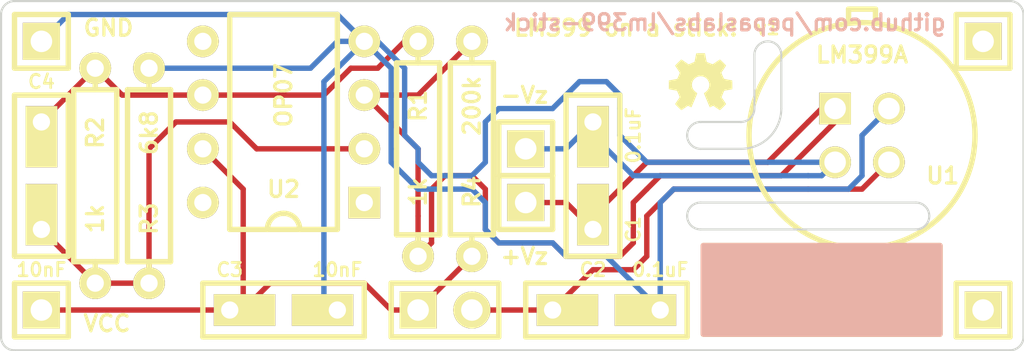
<source format=kicad_pcb>
(kicad_pcb (version 3) (host pcbnew "(22-Jun-2014 BZR 4027)-stable")

  (general
    (links 25)
    (no_connects 0)
    (area 145.999999 116.789999 237.540001 190.550001)
    (thickness 1.6)
    (drawings 31)
    (tracks 124)
    (zones 0)
    (modules 18)
    (nets 7)
  )

  (page A3)
  (layers
    (15 F.Cu signal)
    (2 Inner2.Cu signal)
    (1 Inner1.Cu signal)
    (0 B.Cu signal)
    (16 B.Adhes user)
    (17 F.Adhes user)
    (18 B.Paste user)
    (19 F.Paste user)
    (20 B.SilkS user)
    (21 F.SilkS user)
    (22 B.Mask user)
    (23 F.Mask user)
    (24 Dwgs.User user)
    (25 Cmts.User user)
    (26 Eco1.User user)
    (27 Eco2.User user)
    (28 Edge.Cuts user)
  )

  (setup
    (last_trace_width 0.254)
    (user_trace_width 0.254)
    (user_trace_width 0.508)
    (user_trace_width 0.762)
    (user_trace_width 1.016)
    (trace_clearance 0.254)
    (zone_clearance 0.508)
    (zone_45_only no)
    (trace_min 0.254)
    (segment_width 0.2)
    (edge_width 0.1)
    (via_size 0.889)
    (via_drill 0.635)
    (via_min_size 0.889)
    (via_min_drill 0.508)
    (uvia_size 0.508)
    (uvia_drill 0.127)
    (uvias_allowed no)
    (uvia_min_size 0.508)
    (uvia_min_drill 0.127)
    (pcb_text_width 0.3)
    (pcb_text_size 1.5 1.5)
    (mod_edge_width 0.254)
    (mod_text_size 1 1)
    (mod_text_width 0.15)
    (pad_size 0.8128 0.8128)
    (pad_drill 0.4064)
    (pad_to_mask_clearance 0)
    (aux_axis_origin 0 0)
    (visible_elements 7FFFFFFF)
    (pcbplotparams
      (layerselection 284196865)
      (usegerberextensions true)
      (excludeedgelayer true)
      (linewidth 0.150000)
      (plotframeref false)
      (viasonmask false)
      (mode 1)
      (useauxorigin false)
      (hpglpennumber 1)
      (hpglpenspeed 20)
      (hpglpendiameter 15)
      (hpglpenoverlay 2)
      (psnegative false)
      (psa4output false)
      (plotreference true)
      (plotvalue true)
      (plotothertext true)
      (plotinvisibletext false)
      (padsonsilk false)
      (subtractmaskfromsilk false)
      (outputformat 1)
      (mirror false)
      (drillshape 0)
      (scaleselection 1)
      (outputdirectory gerbers))
  )

  (net 0 "")
  (net 1 +Vz)
  (net 2 -Vz)
  (net 3 N-000002)
  (net 4 N-000004)
  (net 5 N-000007)
  (net 6 Vcc)

  (net_class Default "This is the default net class."
    (clearance 0.254)
    (trace_width 0.254)
    (via_dia 0.889)
    (via_drill 0.635)
    (uvia_dia 0.508)
    (uvia_drill 0.127)
    (add_net "")
    (add_net +Vz)
    (add_net -Vz)
    (add_net N-000002)
    (add_net N-000004)
    (add_net N-000007)
    (add_net Vcc)
  )

  (module TO-46-PLASTIC (layer F.Cu) (tedit 5ABB359B) (tstamp 5ABAEDD7)
    (at 203.835 141.605)
    (path /5920E49C)
    (fp_text reference U1 (at 3.81 1.905) (layer F.SilkS)
      (effects (font (size 0.762 0.762) (thickness 0.1524)))
    )
    (fp_text value LM399A (at 0 -3.81) (layer F.SilkS)
      (effects (font (size 0.762 0.762) (thickness 0.1524)))
    )
    (fp_line (start 0.635 -5.969) (end 0.635 -5.334) (layer F.SilkS) (width 0.254))
    (fp_line (start -0.635 -5.969) (end -0.635 -5.334) (layer F.SilkS) (width 0.254))
    (fp_line (start -0.635 -5.969) (end 0.635 -5.969) (layer F.SilkS) (width 0.254))
    (fp_circle (center 0 0) (end -5.334 0) (layer F.SilkS) (width 0.254))
    (pad 1 thru_hole rect (at -1.27 -1.27) (size 1.4986 1.4986) (drill 1.016)
      (layers *.Cu *.Mask F.SilkS)
      (net 1 +Vz)
    )
    (pad 3 thru_hole circle (at 1.27 1.27) (size 1.4986 1.4986) (drill 1.016)
      (layers *.Cu *.Mask F.SilkS)
      (net 3 N-000002)
    )
    (pad 4 thru_hole circle (at 1.27 -1.27) (size 1.4986 1.4986) (drill 1.016)
      (layers *.Cu *.Mask F.SilkS)
      (net 2 -Vz)
    )
    (pad 2 thru_hole circle (at -1.27 1.27) (size 1.4986 1.4986) (drill 1.016)
      (layers *.Cu *.Mask F.SilkS)
      (net 2 -Vz)
    )
  )

  (module SIL-1 (layer F.Cu) (tedit 5920FF53) (tstamp 5ABAEDE0)
    (at 165.1 149.86)
    (descr "Connecteurs 1 pin")
    (tags "CONN DEV")
    (path /5ABAE8B2)
    (fp_text reference P1 (at 0 2.54) (layer F.SilkS) hide
      (effects (font (size 0.762 0.762) (thickness 0.1524)))
    )
    (fp_text value CONN_1X1 (at 0 -2.54) (layer F.SilkS) hide
      (effects (font (size 0.762 0.762) (thickness 0.1524)))
    )
    (fp_line (start -1.27 1.27) (end 1.27 1.27) (layer F.SilkS) (width 0.254))
    (fp_line (start -1.27 -1.27) (end 1.27 -1.27) (layer F.SilkS) (width 0.254))
    (fp_line (start -1.27 1.27) (end -1.27 -1.27) (layer F.SilkS) (width 0.254))
    (fp_line (start 1.27 -1.27) (end 1.27 1.27) (layer F.SilkS) (width 0.254))
    (pad 1 thru_hole rect (at 0 0) (size 1.7526 1.7526) (drill 1.016)
      (layers *.Cu *.Mask F.SilkS)
      (net 6 Vcc)
    )
  )

  (module SIL-1 (layer F.Cu) (tedit 5920FF53) (tstamp 5ABAEDE9)
    (at 165.1 137.16)
    (descr "Connecteurs 1 pin")
    (tags "CONN DEV")
    (path /5ABAE8C1)
    (fp_text reference P2 (at 0 2.54) (layer F.SilkS) hide
      (effects (font (size 0.762 0.762) (thickness 0.1524)))
    )
    (fp_text value CONN_1X1 (at 0 -2.54) (layer F.SilkS) hide
      (effects (font (size 0.762 0.762) (thickness 0.1524)))
    )
    (fp_line (start -1.27 1.27) (end 1.27 1.27) (layer F.SilkS) (width 0.254))
    (fp_line (start -1.27 -1.27) (end 1.27 -1.27) (layer F.SilkS) (width 0.254))
    (fp_line (start -1.27 1.27) (end -1.27 -1.27) (layer F.SilkS) (width 0.254))
    (fp_line (start 1.27 -1.27) (end 1.27 1.27) (layer F.SilkS) (width 0.254))
    (pad 1 thru_hole rect (at 0 0) (size 1.7526 1.7526) (drill 1.016)
      (layers *.Cu *.Mask F.SilkS)
      (net 2 -Vz)
    )
  )

  (module SIL-1 (layer F.Cu) (tedit 5920FF53) (tstamp 5ABAEDF2)
    (at 187.96 144.78)
    (descr "Connecteurs 1 pin")
    (tags "CONN DEV")
    (path /5ABAE8D0)
    (fp_text reference P3 (at 0 2.54) (layer F.SilkS) hide
      (effects (font (size 0.762 0.762) (thickness 0.1524)))
    )
    (fp_text value CONN_1X1 (at 0 -2.54) (layer F.SilkS) hide
      (effects (font (size 0.762 0.762) (thickness 0.1524)))
    )
    (fp_line (start -1.27 1.27) (end 1.27 1.27) (layer F.SilkS) (width 0.254))
    (fp_line (start -1.27 -1.27) (end 1.27 -1.27) (layer F.SilkS) (width 0.254))
    (fp_line (start -1.27 1.27) (end -1.27 -1.27) (layer F.SilkS) (width 0.254))
    (fp_line (start 1.27 -1.27) (end 1.27 1.27) (layer F.SilkS) (width 0.254))
    (pad 1 thru_hole rect (at 0 0) (size 1.7526 1.7526) (drill 1.016)
      (layers *.Cu *.Mask F.SilkS)
      (net 1 +Vz)
    )
  )

  (module SIL-1 (layer F.Cu) (tedit 5920FF53) (tstamp 5ABAEDFB)
    (at 187.96 142.24)
    (descr "Connecteurs 1 pin")
    (tags "CONN DEV")
    (path /5ABAE8DF)
    (fp_text reference P4 (at 0 2.54) (layer F.SilkS) hide
      (effects (font (size 0.762 0.762) (thickness 0.1524)))
    )
    (fp_text value CONN_1X1 (at 0 -2.54) (layer F.SilkS) hide
      (effects (font (size 0.762 0.762) (thickness 0.1524)))
    )
    (fp_line (start -1.27 1.27) (end 1.27 1.27) (layer F.SilkS) (width 0.254))
    (fp_line (start -1.27 -1.27) (end 1.27 -1.27) (layer F.SilkS) (width 0.254))
    (fp_line (start -1.27 1.27) (end -1.27 -1.27) (layer F.SilkS) (width 0.254))
    (fp_line (start 1.27 -1.27) (end 1.27 1.27) (layer F.SilkS) (width 0.254))
    (pad 1 thru_hole rect (at 0 0) (size 1.7526 1.7526) (drill 1.016)
      (layers *.Cu *.Mask F.SilkS)
      (net 2 -Vz)
    )
  )

  (module R_AXIAL_0W25_059A_PL (layer F.Cu) (tedit 53A245D9) (tstamp 5ABAEE08)
    (at 167.64 138.43 270)
    (descr "Resistor Axial 1/4W 0.4\"")
    (tags R)
    (path /5920E4D8)
    (autoplace_cost180 10)
    (fp_text reference R2 (at 3.048 0 270) (layer F.SilkS)
      (effects (font (size 0.762 0.762) (thickness 0.1524)))
    )
    (fp_text value 1k (at 7.112 0 270) (layer F.SilkS)
      (effects (font (size 0.762 0.762) (thickness 0.1524)))
    )
    (fp_line (start 0 0) (end 1.016 0) (layer F.SilkS) (width 0.254))
    (fp_line (start 1.016 0) (end 1.016 -1.016) (layer F.SilkS) (width 0.254))
    (fp_line (start 1.016 -1.016) (end 9.144 -1.016) (layer F.SilkS) (width 0.254))
    (fp_line (start 9.144 -1.016) (end 9.144 1.016) (layer F.SilkS) (width 0.254))
    (fp_line (start 9.144 1.016) (end 1.016 1.016) (layer F.SilkS) (width 0.254))
    (fp_line (start 1.016 1.016) (end 1.016 0) (layer F.SilkS) (width 0.254))
    (fp_line (start 10.16 0) (end 9.144 0) (layer F.SilkS) (width 0.254))
    (pad 1 thru_hole oval (at 0 0 270) (size 1.4986 1.4986) (drill 0.8128)
      (layers *.Cu *.Mask F.SilkS)
      (net 4 N-000004)
    )
    (pad 2 thru_hole oval (at 10.16 0 270) (size 1.4986 1.4986) (drill 0.8128)
      (layers *.Cu *.Mask F.SilkS)
      (net 5 N-000007)
    )
    (model discret/resistor.wrl
      (at (xyz 0 0 0))
      (scale (xyz 0.4 0.4 0.4))
      (rotate (xyz 0 0 0))
    )
  )

  (module R_AXIAL_0W25_059A_PL (layer F.Cu) (tedit 53A245D9) (tstamp 5ABAEE15)
    (at 170.18 148.59 90)
    (descr "Resistor Axial 1/4W 0.4\"")
    (tags R)
    (path /5920E54D)
    (autoplace_cost180 10)
    (fp_text reference R3 (at 3.048 0 90) (layer F.SilkS)
      (effects (font (size 0.762 0.762) (thickness 0.1524)))
    )
    (fp_text value 6k8 (at 7.112 0 90) (layer F.SilkS)
      (effects (font (size 0.762 0.762) (thickness 0.1524)))
    )
    (fp_line (start 0 0) (end 1.016 0) (layer F.SilkS) (width 0.254))
    (fp_line (start 1.016 0) (end 1.016 -1.016) (layer F.SilkS) (width 0.254))
    (fp_line (start 1.016 -1.016) (end 9.144 -1.016) (layer F.SilkS) (width 0.254))
    (fp_line (start 9.144 -1.016) (end 9.144 1.016) (layer F.SilkS) (width 0.254))
    (fp_line (start 9.144 1.016) (end 1.016 1.016) (layer F.SilkS) (width 0.254))
    (fp_line (start 1.016 1.016) (end 1.016 0) (layer F.SilkS) (width 0.254))
    (fp_line (start 10.16 0) (end 9.144 0) (layer F.SilkS) (width 0.254))
    (pad 1 thru_hole oval (at 0 0 90) (size 1.4986 1.4986) (drill 0.8128)
      (layers *.Cu *.Mask F.SilkS)
      (net 5 N-000007)
    )
    (pad 2 thru_hole oval (at 10.16 0 90) (size 1.4986 1.4986) (drill 0.8128)
      (layers *.Cu *.Mask F.SilkS)
      (net 2 -Vz)
    )
    (model discret/resistor.wrl
      (at (xyz 0 0 0))
      (scale (xyz 0.4 0.4 0.4))
      (rotate (xyz 0 0 0))
    )
  )

  (module R_AXIAL_0W25_059A_PL (layer F.Cu) (tedit 53A245D9) (tstamp 5ABAEE22)
    (at 182.88 137.16 270)
    (descr "Resistor Axial 1/4W 0.4\"")
    (tags R)
    (path /5920E5F0)
    (autoplace_cost180 10)
    (fp_text reference R1 (at 3.048 0 270) (layer F.SilkS)
      (effects (font (size 0.762 0.762) (thickness 0.1524)))
    )
    (fp_text value 1k (at 7.112 0 270) (layer F.SilkS)
      (effects (font (size 0.762 0.762) (thickness 0.1524)))
    )
    (fp_line (start 0 0) (end 1.016 0) (layer F.SilkS) (width 0.254))
    (fp_line (start 1.016 0) (end 1.016 -1.016) (layer F.SilkS) (width 0.254))
    (fp_line (start 1.016 -1.016) (end 9.144 -1.016) (layer F.SilkS) (width 0.254))
    (fp_line (start 9.144 -1.016) (end 9.144 1.016) (layer F.SilkS) (width 0.254))
    (fp_line (start 9.144 1.016) (end 1.016 1.016) (layer F.SilkS) (width 0.254))
    (fp_line (start 1.016 1.016) (end 1.016 0) (layer F.SilkS) (width 0.254))
    (fp_line (start 10.16 0) (end 9.144 0) (layer F.SilkS) (width 0.254))
    (pad 1 thru_hole oval (at 0 0 270) (size 1.4986 1.4986) (drill 0.8128)
      (layers *.Cu *.Mask F.SilkS)
      (net 4 N-000004)
    )
    (pad 2 thru_hole oval (at 10.16 0 270) (size 1.4986 1.4986) (drill 0.8128)
      (layers *.Cu *.Mask F.SilkS)
      (net 1 +Vz)
    )
    (model discret/resistor.wrl
      (at (xyz 0 0 0))
      (scale (xyz 0.4 0.4 0.4))
      (rotate (xyz 0 0 0))
    )
  )

  (module DIP8_059A_PL (layer F.Cu) (tedit 53A23991) (tstamp 5ABAEE41)
    (at 180.34 144.78 90)
    (descr "8-lead DIP package")
    (tags DIP)
    (path /5920E4AB)
    (fp_text reference U2 (at 0.635 -3.81 180) (layer F.SilkS)
      (effects (font (size 0.762 0.762) (thickness 0.1524)))
    )
    (fp_text value OP07 (at 5.08 -3.81 90) (layer F.SilkS)
      (effects (font (size 0.762 0.762) (thickness 0.1524)))
    )
    (fp_arc (start -1.27 -3.81) (end -1.27 -4.572) (angle 90) (layer F.SilkS) (width 0.254))
    (fp_arc (start -1.27 -3.81) (end -0.508 -3.81) (angle 90) (layer F.SilkS) (width 0.254))
    (fp_line (start -1.27 -6.35) (end 8.89 -6.35) (layer F.SilkS) (width 0.254))
    (fp_line (start 8.89 -6.35) (end 8.89 -1.27) (layer F.SilkS) (width 0.254))
    (fp_line (start 8.89 -1.27) (end -1.27 -1.27) (layer F.SilkS) (width 0.254))
    (fp_line (start -1.27 -1.27) (end -1.27 -6.35) (layer F.SilkS) (width 0.254))
    (pad 1 thru_hole rect (at 0 0 90) (size 1.4986 1.4986) (drill 0.8128)
      (layers *.Cu *.Mask F.SilkS)
    )
    (pad 2 thru_hole oval (at 2.54 0 90) (size 1.4986 1.4986) (drill 0.8128)
      (layers *.Cu *.Mask F.SilkS)
      (net 5 N-000007)
    )
    (pad 3 thru_hole oval (at 5.08 0 90) (size 1.4986 1.4986) (drill 0.8128)
      (layers *.Cu *.Mask F.SilkS)
      (net 1 +Vz)
    )
    (pad 4 thru_hole oval (at 7.62 0 90) (size 1.4986 1.4986) (drill 0.8128)
      (layers *.Cu *.Mask F.SilkS)
      (net 2 -Vz)
    )
    (pad 5 thru_hole oval (at 7.62 -7.62 90) (size 1.4986 1.4986) (drill 0.8128)
      (layers *.Cu *.Mask F.SilkS)
    )
    (pad 6 thru_hole oval (at 5.08 -7.62 90) (size 1.4986 1.4986) (drill 0.8128)
      (layers *.Cu *.Mask F.SilkS)
      (net 4 N-000004)
    )
    (pad 8 thru_hole oval (at 0 -7.62 90) (size 1.4986 1.4986) (drill 0.8128)
      (layers *.Cu *.Mask F.SilkS)
    )
    (pad 7 thru_hole oval (at 2.54 -7.62 90) (size 1.4986 1.4986) (drill 0.8128)
      (layers *.Cu *.Mask F.SilkS)
      (net 6 Vcc)
    )
    (model dil/dil_8.wrl
      (at (xyz 0 0 0))
      (scale (xyz 1 1 1))
      (rotate (xyz 0 0 0))
    )
  )

  (module ANYSSCAP_SMALL_2_059B_0805 (layer F.Cu) (tedit 5ABB35AF) (tstamp 5ABAEE4B)
    (at 191.135 143.51 90)
    (descr "Capacitor, 0.2\" pin spacing")
    (tags C)
    (path /5ABAE594)
    (fp_text reference C1 (at -2.54 1.905 90) (layer F.SilkS)
      (effects (font (size 0.635 0.635) (thickness 0.127)))
    )
    (fp_text value 0.1uF (at 1.905 1.905 90) (layer F.SilkS)
      (effects (font (size 0.635 0.635) (thickness 0.127)))
    )
    (fp_line (start 3.81 -1.27) (end 3.81 1.27) (layer F.SilkS) (width 0.254))
    (fp_line (start -3.81 -1.27) (end -3.81 1.27) (layer F.SilkS) (width 0.254))
    (fp_line (start -3.81 1.27) (end 3.81 1.27) (layer F.SilkS) (width 0.254))
    (fp_line (start -3.81 -1.27) (end 3.81 -1.27) (layer F.SilkS) (width 0.254))
    (pad 1 thru_hole rect (at -2.54 0 90) (size 2.8956 1.4986) (drill 0.8128 (offset 0.6985 0))
      (layers *.Cu *.Mask F.SilkS)
      (net 1 +Vz)
    )
    (pad 2 thru_hole rect (at 2.54 0 90) (size 2.8956 1.4986) (drill 0.8128 (offset -0.6985 0))
      (layers *.Cu *.Mask F.SilkS)
      (net 2 -Vz)
    )
    (model discret/capa_2pas_5x5mm.wrl
      (at (xyz 0 0 0))
      (scale (xyz 1 1 1))
      (rotate (xyz 0 0 0))
    )
  )

  (module ANYSSCAP_SMALL_2_059B_0805 (layer F.Cu) (tedit 5ABB35CC) (tstamp 5ABAEE55)
    (at 165.1 143.51 270)
    (descr "Capacitor, 0.2\" pin spacing")
    (tags C)
    (path /5ABAE5A1)
    (fp_text reference C4 (at -4.445 0 360) (layer F.SilkS)
      (effects (font (size 0.635 0.635) (thickness 0.127)))
    )
    (fp_text value 10nF (at 4.445 0 360) (layer F.SilkS)
      (effects (font (size 0.635 0.635) (thickness 0.127)))
    )
    (fp_line (start 3.81 -1.27) (end 3.81 1.27) (layer F.SilkS) (width 0.254))
    (fp_line (start -3.81 -1.27) (end -3.81 1.27) (layer F.SilkS) (width 0.254))
    (fp_line (start -3.81 1.27) (end 3.81 1.27) (layer F.SilkS) (width 0.254))
    (fp_line (start -3.81 -1.27) (end 3.81 -1.27) (layer F.SilkS) (width 0.254))
    (pad 1 thru_hole rect (at -2.54 0 270) (size 2.8956 1.4986) (drill 0.8128 (offset 0.6985 0))
      (layers *.Cu *.Mask F.SilkS)
      (net 4 N-000004)
    )
    (pad 2 thru_hole rect (at 2.54 0 270) (size 2.8956 1.4986) (drill 0.8128 (offset -0.6985 0))
      (layers *.Cu *.Mask F.SilkS)
      (net 5 N-000007)
    )
    (model discret/capa_2pas_5x5mm.wrl
      (at (xyz 0 0 0))
      (scale (xyz 1 1 1))
      (rotate (xyz 0 0 0))
    )
  )

  (module ANYSSCAP_SMALL_2_059B_0805 (layer F.Cu) (tedit 5ABAE926) (tstamp 5ABAEE5F)
    (at 176.53 149.86)
    (descr "Capacitor, 0.2\" pin spacing")
    (tags C)
    (path /5ABAE73A)
    (fp_text reference C3 (at -2.54 -1.905) (layer F.SilkS)
      (effects (font (size 0.635 0.635) (thickness 0.127)))
    )
    (fp_text value 10nF (at 2.54 -1.905) (layer F.SilkS)
      (effects (font (size 0.635 0.635) (thickness 0.127)))
    )
    (fp_line (start 3.81 -1.27) (end 3.81 1.27) (layer F.SilkS) (width 0.254))
    (fp_line (start -3.81 -1.27) (end -3.81 1.27) (layer F.SilkS) (width 0.254))
    (fp_line (start -3.81 1.27) (end 3.81 1.27) (layer F.SilkS) (width 0.254))
    (fp_line (start -3.81 -1.27) (end 3.81 -1.27) (layer F.SilkS) (width 0.254))
    (pad 1 thru_hole rect (at -2.54 0) (size 2.8956 1.4986) (drill 0.8128 (offset 0.6985 0))
      (layers *.Cu *.Mask F.SilkS)
      (net 6 Vcc)
    )
    (pad 2 thru_hole rect (at 2.54 0) (size 2.8956 1.4986) (drill 0.8128 (offset -0.6985 0))
      (layers *.Cu *.Mask F.SilkS)
      (net 2 -Vz)
    )
    (model discret/capa_2pas_5x5mm.wrl
      (at (xyz 0 0 0))
      (scale (xyz 1 1 1))
      (rotate (xyz 0 0 0))
    )
  )

  (module ANYSSCAP_SMALL_2_059B_0805 (layer F.Cu) (tedit 5ABB362D) (tstamp 5ABAEE69)
    (at 191.77 149.86)
    (descr "Capacitor, 0.2\" pin spacing")
    (tags C)
    (path /5ABAE740)
    (fp_text reference C2 (at -0.635 -1.905) (layer F.SilkS)
      (effects (font (size 0.635 0.635) (thickness 0.127)))
    )
    (fp_text value 0.1uF (at 2.54 -1.905) (layer F.SilkS)
      (effects (font (size 0.635 0.635) (thickness 0.127)))
    )
    (fp_line (start 3.81 -1.27) (end 3.81 1.27) (layer F.SilkS) (width 0.254))
    (fp_line (start -3.81 -1.27) (end -3.81 1.27) (layer F.SilkS) (width 0.254))
    (fp_line (start -3.81 1.27) (end 3.81 1.27) (layer F.SilkS) (width 0.254))
    (fp_line (start -3.81 -1.27) (end 3.81 -1.27) (layer F.SilkS) (width 0.254))
    (pad 1 thru_hole rect (at -2.54 0) (size 2.8956 1.4986) (drill 0.8128 (offset 0.6985 0))
      (layers *.Cu *.Mask F.SilkS)
      (net 3 N-000002)
    )
    (pad 2 thru_hole rect (at 2.54 0) (size 2.8956 1.4986) (drill 0.8128 (offset -0.6985 0))
      (layers *.Cu *.Mask F.SilkS)
      (net 2 -Vz)
    )
    (model discret/capa_2pas_5x5mm.wrl
      (at (xyz 0 0 0))
      (scale (xyz 1 1 1))
      (rotate (xyz 0 0 0))
    )
  )

  (module R_AXIAL_0W25_059A_PL (layer F.Cu) (tedit 53A245D9) (tstamp 5ABAFA14)
    (at 185.42 147.32 90)
    (descr "Resistor Axial 1/4W 0.4\"")
    (tags R)
    (path /5ABAF866)
    (autoplace_cost180 10)
    (fp_text reference R4 (at 3.048 0 90) (layer F.SilkS)
      (effects (font (size 0.762 0.762) (thickness 0.1524)))
    )
    (fp_text value 200k (at 7.112 0 90) (layer F.SilkS)
      (effects (font (size 0.762 0.762) (thickness 0.1524)))
    )
    (fp_line (start 0 0) (end 1.016 0) (layer F.SilkS) (width 0.254))
    (fp_line (start 1.016 0) (end 1.016 -1.016) (layer F.SilkS) (width 0.254))
    (fp_line (start 1.016 -1.016) (end 9.144 -1.016) (layer F.SilkS) (width 0.254))
    (fp_line (start 9.144 -1.016) (end 9.144 1.016) (layer F.SilkS) (width 0.254))
    (fp_line (start 9.144 1.016) (end 1.016 1.016) (layer F.SilkS) (width 0.254))
    (fp_line (start 1.016 1.016) (end 1.016 0) (layer F.SilkS) (width 0.254))
    (fp_line (start 10.16 0) (end 9.144 0) (layer F.SilkS) (width 0.254))
    (pad 1 thru_hole oval (at 0 0 90) (size 1.4986 1.4986) (drill 0.8128)
      (layers *.Cu *.Mask F.SilkS)
      (net 6 Vcc)
    )
    (pad 2 thru_hole oval (at 10.16 0 90) (size 1.4986 1.4986) (drill 0.8128)
      (layers *.Cu *.Mask F.SilkS)
      (net 1 +Vz)
    )
    (model discret/resistor.wrl
      (at (xyz 0 0 0))
      (scale (xyz 0.4 0.4 0.4))
      (rotate (xyz 0 0 0))
    )
  )

  (module SIL-2 (layer F.Cu) (tedit 5920FFF1) (tstamp 5ABB2073)
    (at 182.88 149.86)
    (descr "Connecteurs 1 pin")
    (tags "CONN DEV")
    (path /5ABB2046)
    (fp_text reference P5 (at 1.27 2.54) (layer F.SilkS) hide
      (effects (font (size 0.762 0.762) (thickness 0.1524)))
    )
    (fp_text value CONN_2X1 (at 1.27 -2.54) (layer F.SilkS) hide
      (effects (font (size 0.762 0.762) (thickness 0.1524)))
    )
    (fp_line (start -1.27 -1.27) (end 3.81 -1.27) (layer F.SilkS) (width 0.254))
    (fp_line (start 3.81 -1.27) (end 3.81 1.27) (layer F.SilkS) (width 0.254))
    (fp_line (start 3.81 1.27) (end -1.27 1.27) (layer F.SilkS) (width 0.254))
    (fp_line (start -1.27 1.27) (end -1.27 -1.27) (layer F.SilkS) (width 0.254))
    (pad 1 thru_hole rect (at 0 0) (size 1.7526 1.7526) (drill 1.016)
      (layers *.Cu *.Mask F.SilkS)
      (net 6 Vcc)
    )
    (pad 2 thru_hole circle (at 2.54 0) (size 1.7526 1.7526) (drill 1.016)
      (layers *.Cu *.Mask F.SilkS)
      (net 3 N-000002)
    )
  )

  (module SIL-1 (layer F.Cu) (tedit 5920FF53) (tstamp 5ABB38FE)
    (at 209.55 137.16)
    (descr "Connecteurs 1 pin")
    (tags "CONN DEV")
    (fp_text reference H*** (at 0 2.54) (layer F.SilkS) hide
      (effects (font (size 0.762 0.762) (thickness 0.1524)))
    )
    (fp_text value VAL** (at 0 -2.54) (layer F.SilkS) hide
      (effects (font (size 0.762 0.762) (thickness 0.1524)))
    )
    (fp_line (start -1.27 1.27) (end 1.27 1.27) (layer F.SilkS) (width 0.254))
    (fp_line (start -1.27 -1.27) (end 1.27 -1.27) (layer F.SilkS) (width 0.254))
    (fp_line (start -1.27 1.27) (end -1.27 -1.27) (layer F.SilkS) (width 0.254))
    (fp_line (start 1.27 -1.27) (end 1.27 1.27) (layer F.SilkS) (width 0.254))
    (pad 1 thru_hole rect (at 0 0) (size 1.7526 1.7526) (drill 1.016)
      (layers *.Cu *.Mask F.SilkS)
    )
  )

  (module SIL-1 (layer F.Cu) (tedit 5920FF53) (tstamp 5ABB3960)
    (at 209.55 149.86)
    (descr "Connecteurs 1 pin")
    (tags "CONN DEV")
    (fp_text reference H*** (at 0 2.54) (layer F.SilkS) hide
      (effects (font (size 0.762 0.762) (thickness 0.1524)))
    )
    (fp_text value VAL** (at 0 -2.54) (layer F.SilkS) hide
      (effects (font (size 0.762 0.762) (thickness 0.1524)))
    )
    (fp_line (start -1.27 1.27) (end 1.27 1.27) (layer F.SilkS) (width 0.254))
    (fp_line (start -1.27 -1.27) (end 1.27 -1.27) (layer F.SilkS) (width 0.254))
    (fp_line (start -1.27 1.27) (end -1.27 -1.27) (layer F.SilkS) (width 0.254))
    (fp_line (start 1.27 -1.27) (end 1.27 1.27) (layer F.SilkS) (width 0.254))
    (pad 1 thru_hole rect (at 0 0) (size 1.7526 1.7526) (drill 1.016)
      (layers *.Cu *.Mask F.SilkS)
    )
  )

  (module OSHW-logo_silkscreen-front_3mm (layer F.Cu) (tedit 0) (tstamp 5ABB4151)
    (at 196.215 139.065)
    (fp_text reference G*** (at 0 1.59004) (layer F.SilkS) hide
      (effects (font (size 0.13462 0.13462) (thickness 0.0254)))
    )
    (fp_text value OSHW-logo_silkscreen-front_3mm (at 0 -1.59004) (layer F.SilkS) hide
      (effects (font (size 0.13462 0.13462) (thickness 0.0254)))
    )
    (fp_poly (pts (xy -0.90932 1.3462) (xy -0.89154 1.33858) (xy -0.85852 1.31572) (xy -0.80772 1.2827)
      (xy -0.7493 1.2446) (xy -0.68834 1.20396) (xy -0.64008 1.17094) (xy -0.60452 1.14808)
      (xy -0.59182 1.14046) (xy -0.5842 1.143) (xy -0.55626 1.15824) (xy -0.51562 1.17856)
      (xy -0.49022 1.19126) (xy -0.45212 1.2065) (xy -0.43434 1.21158) (xy -0.4318 1.2065)
      (xy -0.41656 1.17602) (xy -0.39624 1.12776) (xy -0.3683 1.06172) (xy -0.33528 0.98552)
      (xy -0.29972 0.90424) (xy -0.2667 0.82042) (xy -0.23368 0.74168) (xy -0.2032 0.66802)
      (xy -0.18034 0.6096) (xy -0.1651 0.56896) (xy -0.15748 0.55118) (xy -0.16002 0.54864)
      (xy -0.1778 0.53086) (xy -0.21082 0.50546) (xy -0.28194 0.44704) (xy -0.35306 0.36068)
      (xy -0.39624 0.26162) (xy -0.40894 0.14986) (xy -0.39878 0.04826) (xy -0.35814 -0.04826)
      (xy -0.28956 -0.13716) (xy -0.20574 -0.2032) (xy -0.10922 -0.24384) (xy 0 -0.25654)
      (xy 0.10414 -0.24638) (xy 0.2032 -0.20574) (xy 0.2921 -0.1397) (xy 0.3302 -0.09652)
      (xy 0.381 -0.00508) (xy 0.41148 0.0889) (xy 0.41402 0.11176) (xy 0.40894 0.21844)
      (xy 0.37846 0.32004) (xy 0.32258 0.40894) (xy 0.24638 0.4826) (xy 0.23622 0.49022)
      (xy 0.20066 0.51816) (xy 0.17526 0.53594) (xy 0.15748 0.55118) (xy 0.2921 0.87376)
      (xy 0.31242 0.92456) (xy 0.35052 1.01346) (xy 0.381 1.08966) (xy 0.40894 1.15062)
      (xy 0.42672 1.19126) (xy 0.43434 1.2065) (xy 0.43434 1.2065) (xy 0.44704 1.20904)
      (xy 0.4699 1.20142) (xy 0.51562 1.17856) (xy 0.5461 1.16332) (xy 0.57912 1.14808)
      (xy 0.59436 1.14046) (xy 0.6096 1.14808) (xy 0.64262 1.1684) (xy 0.68834 1.20142)
      (xy 0.74676 1.23952) (xy 0.80264 1.27762) (xy 0.85344 1.31064) (xy 0.889 1.33604)
      (xy 0.90678 1.34366) (xy 0.90932 1.34366) (xy 0.9271 1.33604) (xy 0.95504 1.31064)
      (xy 0.99822 1.27) (xy 1.06172 1.20904) (xy 1.07188 1.19888) (xy 1.12268 1.14808)
      (xy 1.16332 1.10236) (xy 1.19126 1.07188) (xy 1.20142 1.05918) (xy 1.20142 1.05918)
      (xy 1.19126 1.0414) (xy 1.1684 1.0033) (xy 1.13538 0.9525) (xy 1.09474 0.89154)
      (xy 0.98806 0.7366) (xy 1.04648 0.59182) (xy 1.06426 0.5461) (xy 1.08712 0.49022)
      (xy 1.1049 0.45212) (xy 1.11252 0.43434) (xy 1.1303 0.42926) (xy 1.1684 0.4191)
      (xy 1.22682 0.40894) (xy 1.29794 0.39624) (xy 1.36398 0.38354) (xy 1.4224 0.37084)
      (xy 1.46558 0.36322) (xy 1.4859 0.36068) (xy 1.49098 0.3556) (xy 1.49352 0.34798)
      (xy 1.49606 0.32766) (xy 1.4986 0.28956) (xy 1.4986 0.23368) (xy 1.4986 0.14986)
      (xy 1.4986 0.14224) (xy 1.4986 0.0635) (xy 1.49606 0) (xy 1.49352 -0.0381)
      (xy 1.49098 -0.05588) (xy 1.49098 -0.05588) (xy 1.4732 -0.06096) (xy 1.43002 -0.06858)
      (xy 1.3716 -0.08128) (xy 1.30048 -0.09398) (xy 1.2954 -0.09398) (xy 1.22428 -0.10922)
      (xy 1.16586 -0.12192) (xy 1.12268 -0.12954) (xy 1.1049 -0.13716) (xy 1.10236 -0.14224)
      (xy 1.08712 -0.17018) (xy 1.0668 -0.21336) (xy 1.04394 -0.2667) (xy 1.02108 -0.32258)
      (xy 1.00076 -0.37338) (xy 0.98806 -0.40894) (xy 0.98298 -0.42672) (xy 0.98298 -0.42672)
      (xy 0.99314 -0.4445) (xy 1.01854 -0.48006) (xy 1.0541 -0.53086) (xy 1.09474 -0.59182)
      (xy 1.09728 -0.5969) (xy 1.13792 -0.65786) (xy 1.17094 -0.70866) (xy 1.1938 -0.74422)
      (xy 1.20142 -0.75946) (xy 1.20142 -0.762) (xy 1.18872 -0.77978) (xy 1.15824 -0.8128)
      (xy 1.11252 -0.85852) (xy 1.06172 -0.91186) (xy 1.04394 -0.9271) (xy 0.98552 -0.98552)
      (xy 0.94488 -1.02108) (xy 0.91948 -1.0414) (xy 0.90932 -1.04648) (xy 0.90678 -1.04648)
      (xy 0.889 -1.03632) (xy 0.8509 -1.01092) (xy 0.8001 -0.97536) (xy 0.73914 -0.93472)
      (xy 0.7366 -0.93218) (xy 0.67564 -0.89154) (xy 0.62484 -0.85598) (xy 0.58928 -0.83312)
      (xy 0.57404 -0.8255) (xy 0.5715 -0.8255) (xy 0.54864 -0.83058) (xy 0.50546 -0.84582)
      (xy 0.45212 -0.86614) (xy 0.39624 -0.889) (xy 0.34544 -0.90932) (xy 0.30988 -0.9271)
      (xy 0.2921 -0.93726) (xy 0.28956 -0.93726) (xy 0.28448 -0.96012) (xy 0.27432 -1.00584)
      (xy 0.26162 -1.0668) (xy 0.24638 -1.14046) (xy 0.24384 -1.15062) (xy 0.23114 -1.22428)
      (xy 0.22098 -1.2827) (xy 0.21082 -1.32334) (xy 0.20828 -1.34112) (xy 0.19812 -1.34112)
      (xy 0.16256 -1.34366) (xy 0.10922 -1.3462) (xy 0.04318 -1.3462) (xy -0.02286 -1.3462)
      (xy -0.0889 -1.3462) (xy -0.14478 -1.34366) (xy -0.18542 -1.34112) (xy -0.2032 -1.33604)
      (xy -0.2032 -1.33604) (xy -0.20828 -1.31318) (xy -0.21844 -1.27) (xy -0.23114 -1.2065)
      (xy -0.24638 -1.13284) (xy -0.24892 -1.12014) (xy -0.26162 -1.04902) (xy -0.27432 -0.9906)
      (xy -0.28194 -0.94996) (xy -0.28702 -0.93472) (xy -0.2921 -0.93218) (xy -0.32258 -0.91694)
      (xy -0.37084 -0.89916) (xy -0.42926 -0.87376) (xy -0.56642 -0.81788) (xy -0.73406 -0.93472)
      (xy -0.7493 -0.94488) (xy -0.81026 -0.98552) (xy -0.86106 -1.01854) (xy -0.89662 -1.0414)
      (xy -0.90932 -1.04902) (xy -0.91186 -1.04902) (xy -0.9271 -1.03378) (xy -0.96012 -1.0033)
      (xy -1.00584 -0.95758) (xy -1.05918 -0.90678) (xy -1.09982 -0.86614) (xy -1.14554 -0.82042)
      (xy -1.17348 -0.7874) (xy -1.19126 -0.76708) (xy -1.19634 -0.75438) (xy -1.1938 -0.74676)
      (xy -1.18364 -0.72898) (xy -1.15824 -0.69342) (xy -1.12522 -0.64008) (xy -1.08458 -0.58166)
      (xy -1.04902 -0.53086) (xy -1.01346 -0.47498) (xy -0.9906 -0.43434) (xy -0.98044 -0.41656)
      (xy -0.98298 -0.4064) (xy -0.99568 -0.37338) (xy -1.016 -0.32512) (xy -1.0414 -0.26416)
      (xy -1.09982 -0.13208) (xy -1.18618 -0.1143) (xy -1.23952 -0.10414) (xy -1.31318 -0.09144)
      (xy -1.3843 -0.0762) (xy -1.49606 -0.05588) (xy -1.4986 0.34798) (xy -1.48082 0.3556)
      (xy -1.46558 0.36068) (xy -1.42494 0.37084) (xy -1.36652 0.381) (xy -1.29794 0.3937)
      (xy -1.23698 0.4064) (xy -1.17856 0.41656) (xy -1.13538 0.42418) (xy -1.1176 0.42926)
      (xy -1.11252 0.43434) (xy -1.09728 0.46482) (xy -1.07696 0.51054) (xy -1.0541 0.56388)
      (xy -1.0287 0.6223) (xy -1.00838 0.6731) (xy -0.99314 0.71374) (xy -0.98806 0.73406)
      (xy -0.99568 0.7493) (xy -1.01854 0.78486) (xy -1.05156 0.83566) (xy -1.0922 0.89408)
      (xy -1.13284 0.9525) (xy -1.16586 1.0033) (xy -1.19126 1.03886) (xy -1.19888 1.05664)
      (xy -1.1938 1.0668) (xy -1.17094 1.09474) (xy -1.12776 1.14046) (xy -1.06172 1.2065)
      (xy -1.04902 1.21666) (xy -0.99822 1.26746) (xy -0.9525 1.3081) (xy -0.92202 1.33604)
      (xy -0.90932 1.3462)) (layer F.SilkS) (width 0.00254))
  )

  (gr_text +Vz (at 186.69 147.32) (layer F.SilkS)
    (effects (font (size 0.762 0.762) (thickness 0.1524)) (justify left))
  )
  (gr_text -Vz (at 186.69 139.7) (layer F.SilkS)
    (effects (font (size 0.762 0.762) (thickness 0.1524)) (justify left))
  )
  (gr_text VCC (at 167.005 150.495) (layer F.SilkS)
    (effects (font (size 0.762 0.762) (thickness 0.1524)) (justify left))
  )
  (gr_text GND (at 167.005 136.525) (layer F.SilkS)
    (effects (font (size 0.762 0.762) (thickness 0.1524)) (justify left))
  )
  (gr_line (start 196.215 142.24) (end 198.12 142.24) (angle 90) (layer Edge.Cuts) (width 0.1))
  (gr_line (start 196.215 140.97) (end 198.12 140.97) (angle 90) (layer Edge.Cuts) (width 0.1))
  (gr_line (start 200.025 137.795) (end 200.025 140.335) (angle 90) (layer Edge.Cuts) (width 0.1))
  (gr_line (start 198.755 140.335) (end 198.755 137.795) (angle 90) (layer Edge.Cuts) (width 0.1))
  (gr_arc (start 198.12 140.335) (end 200.025 140.335) (angle 90) (layer Edge.Cuts) (width 0.1))
  (gr_arc (start 199.39 137.795) (end 199.39 137.16) (angle 90) (layer Edge.Cuts) (width 0.1))
  (gr_arc (start 199.39 137.795) (end 198.755 137.795) (angle 90) (layer Edge.Cuts) (width 0.1))
  (gr_arc (start 198.12 140.335) (end 198.755 140.335) (angle 90) (layer Edge.Cuts) (width 0.1))
  (gr_arc (start 196.215 141.605) (end 195.58 141.605) (angle 90) (layer Edge.Cuts) (width 0.1))
  (gr_arc (start 196.215 141.605) (end 196.215 142.24) (angle 90) (layer Edge.Cuts) (width 0.1))
  (gr_arc (start 206.375 145.415) (end 207.01 145.415) (angle 90) (layer Edge.Cuts) (width 0.1))
  (gr_arc (start 206.375 145.415) (end 206.375 144.78) (angle 90) (layer Edge.Cuts) (width 0.1))
  (gr_line (start 196.215 146.05) (end 206.375 146.05) (angle 90) (layer Edge.Cuts) (width 0.1))
  (gr_line (start 196.215 144.78) (end 206.375 144.78) (angle 90) (layer Edge.Cuts) (width 0.1))
  (gr_arc (start 196.215 145.415) (end 196.215 146.05) (angle 90) (layer Edge.Cuts) (width 0.1))
  (gr_arc (start 196.215 145.415) (end 195.58 145.415) (angle 90) (layer Edge.Cuts) (width 0.1))
  (gr_line (start 163.195 151.13) (end 163.195 135.89) (angle 90) (layer Edge.Cuts) (width 0.1))
  (gr_line (start 210.82 151.765) (end 163.83 151.765) (angle 90) (layer Edge.Cuts) (width 0.1))
  (gr_line (start 211.455 135.89) (end 211.455 151.13) (angle 90) (layer Edge.Cuts) (width 0.1))
  (gr_line (start 163.83 135.255) (end 210.82 135.255) (angle 90) (layer Edge.Cuts) (width 0.1))
  (gr_arc (start 210.82 151.13) (end 211.455 151.13) (angle 90) (layer Edge.Cuts) (width 0.1))
  (gr_arc (start 210.82 135.89) (end 210.82 135.255) (angle 90) (layer Edge.Cuts) (width 0.1))
  (gr_arc (start 163.83 135.89) (end 163.195 135.89) (angle 90) (layer Edge.Cuts) (width 0.1))
  (gr_arc (start 163.83 151.13) (end 163.83 151.765) (angle 90) (layer Edge.Cuts) (width 0.1))
  (gr_text v1 (at 199.39 136.525) (layer F.SilkS)
    (effects (font (size 0.635 0.635) (thickness 0.127)))
  )
  (gr_text "LM399 on a stick!" (at 187.325 136.525) (layer F.SilkS)
    (effects (font (size 0.762 0.762) (thickness 0.1524)) (justify left))
  )
  (gr_text github.com/pepaslabs/lm399-stick (at 197.358 136.271) (layer B.SilkS)
    (effects (font (size 0.762 0.762) (thickness 0.1524)) (justify mirror))
  )

  (segment (start 201.295 140.97) (end 201.93 140.335) (width 0.254) (layer F.Cu) (net 1))
  (segment (start 193.04 143.51) (end 193.675 142.875) (width 0.254) (layer F.Cu) (net 1))
  (segment (start 191.135 145.415) (end 193.04 143.51) (width 0.254) (layer F.Cu) (net 1) (tstamp 5ABB2C39))
  (segment (start 191.135 146.05) (end 191.135 145.415) (width 0.254) (layer F.Cu) (net 1))
  (segment (start 193.675 142.875) (end 199.39 142.875) (width 0.254) (layer F.Cu) (net 1) (tstamp 5ABB2D5B))
  (segment (start 201.295 140.97) (end 199.39 142.875) (width 0.254) (layer F.Cu) (net 1))
  (segment (start 201.93 140.335) (end 202.565 140.335) (width 0.254) (layer F.Cu) (net 1) (tstamp 5ABB3952))
  (segment (start 182.88 147.32) (end 183.515 146.685) (width 0.254) (layer F.Cu) (net 1))
  (segment (start 186.055 144.145) (end 186.055 146.05) (width 0.254) (layer F.Cu) (net 1) (tstamp 5ABB2D23))
  (segment (start 185.42 143.51) (end 186.055 144.145) (width 0.254) (layer F.Cu) (net 1) (tstamp 5ABB2D17))
  (segment (start 184.15 143.51) (end 185.42 143.51) (width 0.254) (layer F.Cu) (net 1) (tstamp 5ABB2D16))
  (segment (start 183.515 144.145) (end 184.15 143.51) (width 0.254) (layer F.Cu) (net 1) (tstamp 5ABB2D14))
  (segment (start 183.515 146.685) (end 183.515 144.145) (width 0.254) (layer F.Cu) (net 1) (tstamp 5ABB2D10))
  (segment (start 180.34 139.7) (end 182.88 139.7) (width 0.254) (layer F.Cu) (net 1))
  (segment (start 182.88 139.7) (end 185.42 137.16) (width 0.254) (layer F.Cu) (net 1) (tstamp 5ABB2C87))
  (segment (start 180.34 139.7) (end 182.88 142.24) (width 0.254) (layer F.Cu) (net 1))
  (segment (start 182.88 145.415) (end 182.88 147.32) (width 0.254) (layer F.Cu) (net 1) (tstamp 5ABB24C9) (status 20))
  (segment (start 182.88 142.24) (end 182.88 145.415) (width 0.254) (layer F.Cu) (net 1) (tstamp 5ABB24B3))
  (segment (start 187.96 144.78) (end 189.865 144.78) (width 0.254) (layer F.Cu) (net 1))
  (segment (start 189.865 144.78) (end 191.135 146.05) (width 0.254) (layer F.Cu) (net 1) (tstamp 5ABB2414))
  (segment (start 201.93 141.605) (end 202.565 140.97) (width 0.254) (layer F.Cu) (net 1))
  (segment (start 200.025 143.51) (end 201.93 141.605) (width 0.254) (layer F.Cu) (net 1) (tstamp 5ABB3939))
  (segment (start 194.31 143.51) (end 200.025 143.51) (width 0.254) (layer F.Cu) (net 1) (tstamp 5ABB2D88))
  (segment (start 193.04 144.78) (end 193.675 144.145) (width 0.254) (layer F.Cu) (net 1) (tstamp 5ABB2C1B))
  (segment (start 193.04 146.685) (end 193.04 144.78) (width 0.254) (layer F.Cu) (net 1) (tstamp 5ABB2C12))
  (segment (start 192.405 147.32) (end 193.04 146.685) (width 0.254) (layer F.Cu) (net 1) (tstamp 5ABB2C11))
  (segment (start 193.675 144.145) (end 194.31 143.51) (width 0.254) (layer F.Cu) (net 1))
  (segment (start 202.565 140.97) (end 202.565 140.335) (width 0.254) (layer F.Cu) (net 1) (tstamp 5ABB3947))
  (segment (start 186.69 146.685) (end 189.23 146.685) (width 0.254) (layer F.Cu) (net 1) (tstamp 5ABB2D27))
  (segment (start 186.055 146.05) (end 186.69 146.685) (width 0.254) (layer F.Cu) (net 1) (tstamp 5ABB2D24))
  (segment (start 189.865 147.32) (end 192.405 147.32) (width 0.254) (layer F.Cu) (net 1) (tstamp 5ABB2C0B))
  (segment (start 189.23 146.685) (end 189.865 147.32) (width 0.254) (layer F.Cu) (net 1) (tstamp 5ABB2D2C))
  (segment (start 192.405 147.32) (end 191.77 147.32) (width 0.254) (layer F.Cu) (net 1) (tstamp 5ABB2C0D))
  (segment (start 191.77 147.32) (end 192.405 147.32) (width 0.254) (layer F.Cu) (net 1) (tstamp 5ABB2C0F))
  (segment (start 203.2 144.145) (end 203.835 143.51) (width 0.254) (layer B.Cu) (net 2))
  (segment (start 194.945 144.145) (end 203.2 144.145) (width 0.254) (layer B.Cu) (net 2) (tstamp 5ABB2DC7))
  (segment (start 194.31 144.78) (end 194.945 144.145) (width 0.254) (layer B.Cu) (net 2) (tstamp 5ABB2DC4))
  (segment (start 194.31 149.86) (end 194.31 144.78) (width 0.254) (layer B.Cu) (net 2))
  (segment (start 203.835 141.605) (end 205.105 140.335) (width 0.254) (layer B.Cu) (net 2) (tstamp 5ABB3989))
  (segment (start 203.835 143.51) (end 203.835 141.605) (width 0.254) (layer B.Cu) (net 2) (tstamp 5ABB3988))
  (segment (start 201.295 143.51) (end 201.93 143.51) (width 0.254) (layer B.Cu) (net 2))
  (segment (start 201.93 143.51) (end 202.565 142.875) (width 0.254) (layer B.Cu) (net 2) (tstamp 5ABB391A))
  (segment (start 200.66 142.875) (end 202.565 142.875) (width 0.254) (layer B.Cu) (net 2) (status 20))
  (segment (start 200.66 142.875) (end 193.675 142.875) (width 0.254) (layer B.Cu) (net 2) (tstamp 5ABB2CCD))
  (segment (start 193.675 142.875) (end 192.405 141.605) (width 0.254) (layer B.Cu) (net 2) (tstamp 5ABB2CCE))
  (segment (start 192.405 141.605) (end 192.405 140.335) (width 0.254) (layer B.Cu) (net 2) (tstamp 5ABB2CD1))
  (segment (start 192.405 140.335) (end 192.405 139.7) (width 0.254) (layer B.Cu) (net 2) (tstamp 5ABB2CD4))
  (segment (start 192.405 139.7) (end 191.77 139.065) (width 0.254) (layer B.Cu) (net 2) (tstamp 5ABB2CD7))
  (segment (start 191.77 139.065) (end 190.5 139.065) (width 0.254) (layer B.Cu) (net 2) (tstamp 5ABB2CD8))
  (segment (start 190.5 139.065) (end 189.23 140.335) (width 0.254) (layer B.Cu) (net 2) (tstamp 5ABB2CD9))
  (segment (start 189.23 140.335) (end 186.69 140.335) (width 0.254) (layer B.Cu) (net 2) (tstamp 5ABB2CDB))
  (segment (start 186.69 140.335) (end 186.055 140.97) (width 0.254) (layer B.Cu) (net 2) (tstamp 5ABB2CE6))
  (segment (start 186.055 140.97) (end 186.055 142.875) (width 0.254) (layer B.Cu) (net 2) (tstamp 5ABB2CE8))
  (segment (start 186.055 142.875) (end 185.42 143.51) (width 0.254) (layer B.Cu) (net 2) (tstamp 5ABB2CEA))
  (segment (start 185.42 143.51) (end 183.515 143.51) (width 0.254) (layer B.Cu) (net 2) (tstamp 5ABB2CED))
  (segment (start 183.515 143.51) (end 182.88 142.875) (width 0.254) (layer B.Cu) (net 2) (tstamp 5ABB2CEE))
  (segment (start 182.88 142.875) (end 182.88 142.24) (width 0.254) (layer B.Cu) (net 2) (tstamp 5ABB2CF2))
  (segment (start 182.245 141.605) (end 182.88 142.24) (width 0.254) (layer B.Cu) (net 2) (tstamp 5ABB2E3B))
  (segment (start 182.245 138.43) (end 182.245 141.605) (width 0.254) (layer B.Cu) (net 2) (tstamp 5ABB2E38))
  (segment (start 181.61 137.795) (end 182.245 138.43) (width 0.254) (layer B.Cu) (net 2) (tstamp 5ABB2E36))
  (segment (start 180.975 137.16) (end 181.61 137.795) (width 0.254) (layer B.Cu) (net 2) (tstamp 5ABB2E34))
  (segment (start 180.34 137.16) (end 180.975 137.16) (width 0.254) (layer B.Cu) (net 2))
  (segment (start 191.135 141.605) (end 191.135 140.97) (width 0.254) (layer B.Cu) (net 2) (tstamp 5ABB2CC6))
  (segment (start 193.04 143.51) (end 191.135 141.605) (width 0.254) (layer B.Cu) (net 2) (tstamp 5ABB2CC5))
  (segment (start 201.295 143.51) (end 193.04 143.51) (width 0.254) (layer B.Cu) (net 2) (tstamp 5ABB2CC3))
  (segment (start 180.34 137.16) (end 181.61 138.43) (width 0.254) (layer B.Cu) (net 2))
  (segment (start 191.77 147.32) (end 194.31 149.86) (width 0.254) (layer B.Cu) (net 2) (tstamp 5ABB2E5D))
  (segment (start 189.865 147.32) (end 191.77 147.32) (width 0.254) (layer B.Cu) (net 2) (tstamp 5ABB2E59))
  (segment (start 189.23 146.685) (end 189.865 147.32) (width 0.254) (layer B.Cu) (net 2) (tstamp 5ABB2E57))
  (segment (start 186.69 146.685) (end 189.23 146.685) (width 0.254) (layer B.Cu) (net 2) (tstamp 5ABB2E55))
  (segment (start 186.055 146.05) (end 186.69 146.685) (width 0.254) (layer B.Cu) (net 2) (tstamp 5ABB2E53))
  (segment (start 186.055 144.78) (end 186.055 146.05) (width 0.254) (layer B.Cu) (net 2) (tstamp 5ABB2E52))
  (segment (start 185.42 144.145) (end 186.055 144.78) (width 0.254) (layer B.Cu) (net 2) (tstamp 5ABB2E4B))
  (segment (start 182.88 144.145) (end 185.42 144.145) (width 0.254) (layer B.Cu) (net 2) (tstamp 5ABB2E4A))
  (segment (start 181.61 142.875) (end 182.88 144.145) (width 0.254) (layer B.Cu) (net 2) (tstamp 5ABB2E45))
  (segment (start 181.61 142.24) (end 181.61 142.875) (width 0.254) (layer B.Cu) (net 2) (tstamp 5ABB2E43))
  (segment (start 181.61 138.43) (end 181.61 142.24) (width 0.254) (layer B.Cu) (net 2) (tstamp 5ABB2E41))
  (segment (start 187.96 142.24) (end 189.865 142.24) (width 0.254) (layer B.Cu) (net 2))
  (segment (start 189.865 142.24) (end 191.135 140.97) (width 0.254) (layer B.Cu) (net 2) (tstamp 5ABB2549))
  (segment (start 179.07 149.86) (end 178.435 149.225) (width 0.254) (layer B.Cu) (net 2))
  (segment (start 178.435 139.065) (end 180.34 137.16) (width 0.254) (layer B.Cu) (net 2) (tstamp 5ABB2349))
  (segment (start 178.435 149.225) (end 178.435 139.065) (width 0.254) (layer B.Cu) (net 2) (tstamp 5ABB2348))
  (segment (start 170.18 138.43) (end 177.8 138.43) (width 0.254) (layer B.Cu) (net 2))
  (segment (start 177.8 138.43) (end 179.07 137.16) (width 0.254) (layer B.Cu) (net 2) (tstamp 5ABB2342))
  (segment (start 179.07 137.16) (end 180.34 137.16) (width 0.254) (layer B.Cu) (net 2) (tstamp 5ABB2344))
  (segment (start 165.1 137.16) (end 166.37 135.89) (width 0.254) (layer B.Cu) (net 2))
  (segment (start 179.07 135.89) (end 180.34 137.16) (width 0.254) (layer B.Cu) (net 2) (tstamp 5ABB233C))
  (segment (start 166.37 135.89) (end 179.07 135.89) (width 0.254) (layer B.Cu) (net 2) (tstamp 5ABB233B))
  (segment (start 205.105 142.875) (end 203.835 144.145) (width 0.254) (layer F.Cu) (net 3))
  (segment (start 203.2 144.145) (end 203.835 144.145) (width 0.254) (layer F.Cu) (net 3) (tstamp 5ABB2C9F))
  (segment (start 194.945 144.145) (end 201.295 144.145) (width 0.254) (layer F.Cu) (net 3) (tstamp 5ABB2D9F))
  (segment (start 201.295 144.145) (end 203.2 144.145) (width 0.254) (layer F.Cu) (net 3) (tstamp 5ABB2DA0))
  (segment (start 191.135 147.955) (end 189.23 149.86) (width 0.254) (layer F.Cu) (net 3))
  (segment (start 193.675 145.415) (end 194.31 144.78) (width 0.254) (layer F.Cu) (net 3) (tstamp 5ABB2C9B))
  (segment (start 193.675 147.32) (end 193.675 145.415) (width 0.254) (layer F.Cu) (net 3) (tstamp 5ABB2C9A))
  (segment (start 193.04 147.955) (end 193.675 147.32) (width 0.254) (layer F.Cu) (net 3) (tstamp 5ABB2C98))
  (segment (start 191.135 147.955) (end 193.04 147.955) (width 0.254) (layer F.Cu) (net 3) (tstamp 5ABB2C96))
  (segment (start 194.31 144.78) (end 194.945 144.145) (width 0.254) (layer F.Cu) (net 3))
  (segment (start 185.42 149.86) (end 189.23 149.86) (width 0.254) (layer F.Cu) (net 3))
  (segment (start 172.72 139.7) (end 178.435 139.7) (width 0.254) (layer F.Cu) (net 4))
  (segment (start 182.245 137.16) (end 182.88 137.16) (width 0.254) (layer F.Cu) (net 4) (tstamp 5ABB246A) (status 30))
  (segment (start 180.975 138.43) (end 182.245 137.16) (width 0.254) (layer F.Cu) (net 4) (tstamp 5ABB2469) (status 20))
  (segment (start 179.705 138.43) (end 180.975 138.43) (width 0.254) (layer F.Cu) (net 4) (tstamp 5ABB2468))
  (segment (start 178.435 139.7) (end 179.705 138.43) (width 0.254) (layer F.Cu) (net 4) (tstamp 5ABB2464))
  (segment (start 167.64 138.43) (end 168.91 139.7) (width 0.254) (layer F.Cu) (net 4))
  (segment (start 168.91 139.7) (end 172.72 139.7) (width 0.254) (layer F.Cu) (net 4) (tstamp 5ABB22F7))
  (segment (start 165.1 140.97) (end 167.64 138.43) (width 0.254) (layer F.Cu) (net 4))
  (segment (start 170.18 148.59) (end 170.18 142.24) (width 0.254) (layer F.Cu) (net 5))
  (segment (start 175.26 142.24) (end 180.34 142.24) (width 0.254) (layer F.Cu) (net 5) (tstamp 5ABB2384))
  (segment (start 173.99 140.97) (end 175.26 142.24) (width 0.254) (layer F.Cu) (net 5) (tstamp 5ABB2382))
  (segment (start 171.45 140.97) (end 173.99 140.97) (width 0.254) (layer F.Cu) (net 5) (tstamp 5ABB2381))
  (segment (start 170.18 142.24) (end 171.45 140.97) (width 0.254) (layer F.Cu) (net 5) (tstamp 5ABB237F))
  (segment (start 167.64 148.59) (end 170.18 148.59) (width 0.254) (layer F.Cu) (net 5))
  (segment (start 165.1 146.05) (end 167.64 148.59) (width 0.254) (layer F.Cu) (net 5))
  (segment (start 182.88 149.86) (end 185.42 147.32) (width 0.254) (layer F.Cu) (net 6))
  (segment (start 173.99 149.86) (end 174.625 149.86) (width 0.254) (layer F.Cu) (net 6))
  (segment (start 181.61 149.86) (end 182.88 149.86) (width 0.254) (layer F.Cu) (net 6) (tstamp 5ABB2B85))
  (segment (start 180.34 148.59) (end 181.61 149.86) (width 0.254) (layer F.Cu) (net 6) (tstamp 5ABB2B83))
  (segment (start 175.895 148.59) (end 180.34 148.59) (width 0.254) (layer F.Cu) (net 6) (tstamp 5ABB2B81))
  (segment (start 174.625 149.86) (end 175.895 148.59) (width 0.254) (layer F.Cu) (net 6) (tstamp 5ABB2B80))
  (segment (start 165.1 149.86) (end 173.99 149.86) (width 0.254) (layer F.Cu) (net 6))
  (segment (start 172.72 142.24) (end 174.625 144.145) (width 0.254) (layer F.Cu) (net 6))
  (segment (start 174.625 149.225) (end 173.99 149.86) (width 0.254) (layer F.Cu) (net 6) (tstamp 5ABB22A0))
  (segment (start 174.625 144.145) (end 174.625 149.225) (width 0.254) (layer F.Cu) (net 6) (tstamp 5ABB229A))

  (zone (net 0) (net_name "") (layer F.SilkS) (tstamp 5ABB3992) (hatch edge 0.508)
    (connect_pads (clearance 0.508))
    (min_thickness 0.254)
    (fill (arc_segments 16) (thermal_gap 0.508) (thermal_bridge_width 0.508))
    (polygon
      (pts
        (xy 207.645 151.13) (xy 196.215 151.13) (xy 196.215 146.685) (xy 207.645 146.685)
      )
    )
    (filled_polygon
      (pts
        (xy 207.518 151.003) (xy 196.342 151.003) (xy 196.342 146.812) (xy 207.518 146.812) (xy 207.518 151.003)
      )
    )
  )
  (zone (net 0) (net_name "") (layer B.SilkS) (tstamp 5ABB41AB) (hatch edge 0.508)
    (connect_pads (clearance 0.508))
    (min_thickness 0.254)
    (fill (arc_segments 16) (thermal_gap 0.508) (thermal_bridge_width 0.508))
    (polygon
      (pts
        (xy 207.645 151.13) (xy 196.215 151.13) (xy 196.215 146.685) (xy 207.645 146.685)
      )
    )
    (filled_polygon
      (pts
        (xy 207.518 151.003) (xy 196.342 151.003) (xy 196.342 146.812) (xy 207.518 146.812) (xy 207.518 151.003)
      )
    )
  )
)

</source>
